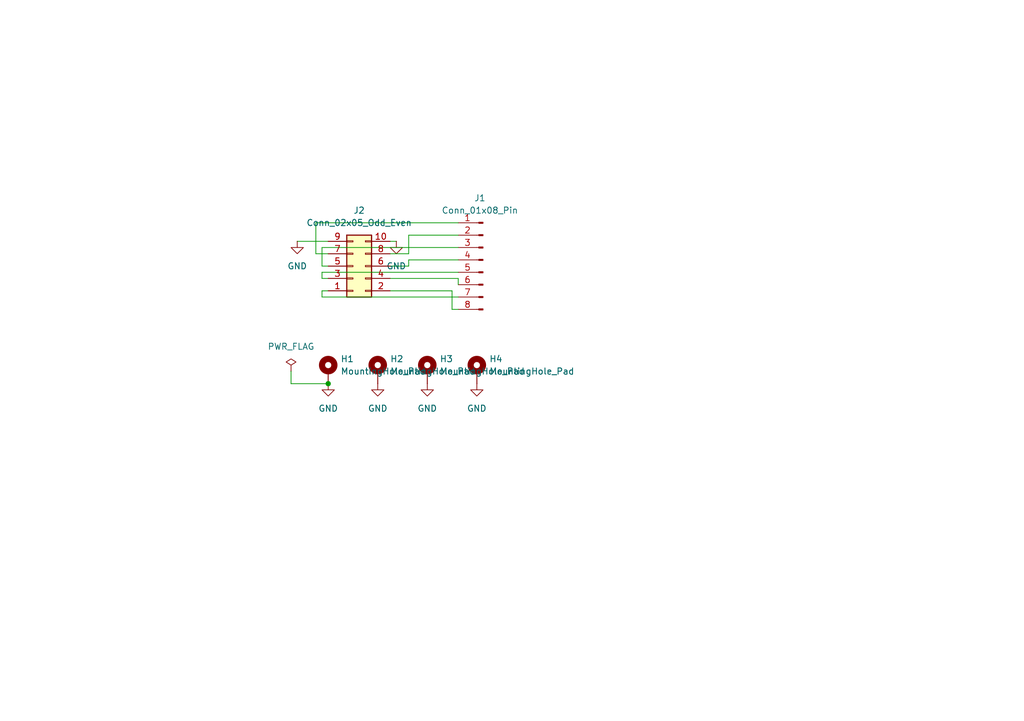
<source format=kicad_sch>
(kicad_sch (version 20250114) (generator "eeschema") (generator_version "9.0")
  (paper "A5")
  (title_block (title "pcb_connector_lan(outer)") (rev "00"))
  (lib_symbols
    (symbol "Connector:Conn_01x08_Pin" (pin_names (offset 1.016) (hide yes))
      (property "Reference" "J" (at 0 10.16 0))
      (property "Value" "Conn_01x08_Pin" (at 0 -12.7 0))
      (symbol "Conn_01x08_Pin_1_1"
        (rectangle (start 0.8636 7.747) (end 0 7.493) (stroke (width 0.1524)) (fill (type outline)))
        (rectangle (start 0.8636 5.207) (end 0 4.953) (stroke (width 0.1524)) (fill (type outline)))
        (rectangle (start 0.8636 2.667) (end 0 2.413) (stroke (width 0.1524)) (fill (type outline)))
        (rectangle (start 0.8636 0.127) (end 0 -0.127) (stroke (width 0.1524)) (fill (type outline)))
        (rectangle (start 0.8636 -2.413) (end 0 -2.667) (stroke (width 0.1524)) (fill (type outline)))
        (rectangle (start 0.8636 -4.953) (end 0 -5.207) (stroke (width 0.1524)) (fill (type outline)))
        (rectangle (start 0.8636 -7.493) (end 0 -7.747) (stroke (width 0.1524)) (fill (type outline)))
        (rectangle (start 0.8636 -10.033) (end 0 -10.287) (stroke (width 0.1524)) (fill (type outline)))
        (polyline (pts (xy 1.27 7.62) (xy 0.8636 7.62)) (stroke (width 0.1524)))
        (polyline (pts (xy 1.27 5.08) (xy 0.8636 5.08)) (stroke (width 0.1524)))
        (polyline (pts (xy 1.27 2.54) (xy 0.8636 2.54)) (stroke (width 0.1524)))
        (polyline (pts (xy 1.27 0) (xy 0.8636 0)) (stroke (width 0.1524)))
        (polyline (pts (xy 1.27 -2.54) (xy 0.8636 -2.54)) (stroke (width 0.1524)))
        (polyline (pts (xy 1.27 -5.08) (xy 0.8636 -5.08)) (stroke (width 0.1524)))
        (polyline (pts (xy 1.27 -7.62) (xy 0.8636 -7.62)) (stroke (width 0.1524)))
        (polyline (pts (xy 1.27 -10.16) (xy 0.8636 -10.16)) (stroke (width 0.1524)))
        (pin passive line (at 5.08 7.62 180) (length 3.81) (name "Pin_1") (number "1"))
        (pin passive line (at 5.08 5.08 180) (length 3.81) (name "Pin_2") (number "2"))
        (pin passive line (at 5.08 2.54 180) (length 3.81) (name "Pin_3") (number "3"))
        (pin passive line (at 5.08 0 180) (length 3.81) (name "Pin_4") (number "4"))
        (pin passive line (at 5.08 -2.54 180) (length 3.81) (name "Pin_5") (number "5"))
        (pin passive line (at 5.08 -5.08 180) (length 3.81) (name "Pin_6") (number "6"))
        (pin passive line (at 5.08 -7.62 180) (length 3.81) (name "Pin_7") (number "7"))
        (pin passive line (at 5.08 -10.16 180) (length 3.81) (name "Pin_8") (number "8"))
      )
    )
    (symbol "Connector_Generic:Conn_02x05_Odd_Even" (pin_names (offset 1.016) (hide yes))
      (property "Reference" "J" (at 1.27 7.62 0))
      (property "Value" "Conn_02x05_Odd_Even" (at 1.27 -7.62 0))
      (symbol "Conn_02x05_Odd_Even_1_1"
        (rectangle (start -1.27 6.35) (end 3.81 -6.35) (stroke (width 0.254)) (fill (type background)))
        (rectangle (start -1.27 5.207) (end 0 4.953) (stroke (width 0.1524)))
        (rectangle (start -1.27 2.667) (end 0 2.413) (stroke (width 0.1524)))
        (rectangle (start -1.27 0.127) (end 0 -0.127) (stroke (width 0.1524)))
        (rectangle (start -1.27 -2.413) (end 0 -2.667) (stroke (width 0.1524)))
        (rectangle (start -1.27 -4.953) (end 0 -5.207) (stroke (width 0.1524)))
        (rectangle (start 3.81 5.207) (end 2.54 4.953) (stroke (width 0.1524)))
        (rectangle (start 3.81 2.667) (end 2.54 2.413) (stroke (width 0.1524)))
        (rectangle (start 3.81 0.127) (end 2.54 -0.127) (stroke (width 0.1524)))
        (rectangle (start 3.81 -2.413) (end 2.54 -2.667) (stroke (width 0.1524)))
        (rectangle (start 3.81 -4.953) (end 2.54 -5.207) (stroke (width 0.1524)))
        (pin passive line (at -5.08 5.08 0) (length 3.81) (name "Pin_1") (number "1"))
        (pin passive line (at -5.08 2.54 0) (length 3.81) (name "Pin_3") (number "3"))
        (pin passive line (at -5.08 0 0) (length 3.81) (name "Pin_5") (number "5"))
        (pin passive line (at -5.08 -2.54 0) (length 3.81) (name "Pin_7") (number "7"))
        (pin passive line (at -5.08 -5.08 0) (length 3.81) (name "Pin_9") (number "9"))
        (pin passive line (at 7.62 5.08 180) (length 3.81) (name "Pin_2") (number "2"))
        (pin passive line (at 7.62 2.54 180) (length 3.81) (name "Pin_4") (number "4"))
        (pin passive line (at 7.62 0 180) (length 3.81) (name "Pin_6") (number "6"))
        (pin passive line (at 7.62 -2.54 180) (length 3.81) (name "Pin_8") (number "8"))
        (pin passive line (at 7.62 -5.08 180) (length 3.81) (name "Pin_10") (number "10"))
      )
    )
    (symbol "Mechanical:MountingHole_Pad" (pin_numbers (hide yes)) (pin_names (offset 1.016) (hide yes)) (exclude_from_sim yes) (in_bom no)
      (property "Reference" "H" (at 0 6.35 0))
      (property "Value" "MountingHole_Pad" (at 0 4.445 0))
      (symbol "MountingHole_Pad_0_1"
        (circle (center 0 1.27) (radius 1.27) (stroke (width 1.27)))
      )
      (symbol "MountingHole_Pad_1_1"
        (pin input line (at 0 -2.54 90) (length 2.54) (name "1") (number "1"))
      )
    )
    (symbol "power:GND" (power) (pin_numbers (hide yes)) (pin_names (offset 0) (hide yes))
      (property "Value" "GND" (at 0 -3.81 0))
      (symbol "GND_0_1"
        (polyline (pts (xy 0 0) (xy 0 -1.27) (xy 1.27 -1.27) (xy 0 -2.54) (xy -1.27 -1.27) (xy 0 -1.27)))
      )
      (symbol "GND_1_1"
        (pin power_in line (at 0 0 270) (length 0) (name "~") (number "1"))
      )
    )
    (symbol "power:PWR_FLAG" (power) (pin_numbers (hide yes)) (pin_names (offset 0) (hide yes))
      (property "Value" "PWR_FLAG" (at 0 3.81 0))
      (symbol "PWR_FLAG_0_0"
        (pin power_out line (at 0 0 90) (length 0) (name "~") (number "1"))
      )
      (symbol "PWR_FLAG_0_1"
        (polyline (pts (xy 0 0) (xy 0 1.27) (xy -1.016 1.905) (xy 0 2.54) (xy 1.016 1.905) (xy 0 1.27)))
      )
    )
  )
  (junction (at 67.31 78.74))
  (wire (pts (xy 93.98 48.26) (xy 83.82 48.26)))
  (wire (pts (xy 83.82 54.61) (xy 80.01 54.61)))
  (wire (pts (xy 66.04 59.69) (xy 67.31 59.69)))
  (wire (pts (xy 66.04 50.8) (xy 93.98 50.8)))
  (wire (pts (xy 80.01 52.07) (xy 83.82 52.07)))
  (wire (pts (xy 93.98 53.34) (xy 83.82 53.34)))
  (wire (pts (xy 66.04 50.8) (xy 66.04 54.61)))
  (wire (pts (xy 93.98 55.88) (xy 66.04 55.88)))
  (wire (pts (xy 59.69 78.74) (xy 59.69 76.2)))
  (wire (pts (xy 67.31 78.74) (xy 59.69 78.74)))
  (wire (pts (xy 66.04 57.15) (xy 67.31 57.15)))
  (wire (pts (xy 60.96 49.53) (xy 67.31 49.53)))
  (wire (pts (xy 81.28 49.53) (xy 80.01 49.53)))
  (wire (pts (xy 92.71 63.5) (xy 93.98 63.5)))
  (wire (pts (xy 93.98 45.72) (xy 64.77 45.72)))
  (wire (pts (xy 64.77 45.72) (xy 64.77 52.07)))
  (wire (pts (xy 83.82 53.34) (xy 83.82 54.61)))
  (wire (pts (xy 66.04 55.88) (xy 66.04 57.15)))
  (wire (pts (xy 93.98 57.15) (xy 93.98 58.42)))
  (wire (pts (xy 93.98 60.96) (xy 66.04 60.96)))
  (wire (pts (xy 80.01 57.15) (xy 93.98 57.15)))
  (wire (pts (xy 64.77 52.07) (xy 67.31 52.07)))
  (wire (pts (xy 83.82 48.26) (xy 83.82 52.07)))
  (wire (pts (xy 66.04 60.96) (xy 66.04 59.69)))
  (wire (pts (xy 92.71 59.69) (xy 92.71 63.5)))
  (wire (pts (xy 80.01 59.69) (xy 92.71 59.69)))
  (wire (pts (xy 66.04 54.61) (xy 67.31 54.61)))
  (symbol (lib_id "Mechanical:MountingHole_Pad") (at 67.31 76.2 0) (unit 1) (exclude_from_sim yes) (in_bom no)
    (property "Reference" "H1" (at 69.85 73.6599 0) (effects (justify left)))
    (property "Value" "MountingHole_Pad" (at 69.85 76.1999 0) (effects (justify left)))
    (property "Footprint" "custom_M3_pad_library:MountingHole_3.2mm_M3_large_PAD_for_spacer" (effects (hide yes)))
    (property "Description" "Mounting Hole with connection" (effects (hide yes)))
  )
  (symbol (lib_id "Mechanical:MountingHole_Pad") (at 77.47 76.2 0) (unit 1) (exclude_from_sim yes) (in_bom no)
    (property "Reference" "H2" (at 80.01 73.6599 0) (effects (justify left)))
    (property "Value" "MountingHole_Pad" (at 80.01 76.1999 0) (effects (justify left)))
    (property "Footprint" "custom_M3_pad_library:MountingHole_3.2mm_M3_large_PAD_for_spacer" (effects (hide yes)))
    (property "Description" "Mounting Hole with connection" (effects (hide yes)))
  )
  (symbol (lib_id "power:GND") (at 97.79 78.74 0) (unit 1)
    (property "Reference" "#PWR04" (effects (hide yes)))
    (property "Value" "GND" (at 97.79 83.82 0))
    (property "Description" "Power symbol creates a global label with name \"GND\" , ground" (effects (hide yes)))
  )
  (symbol (lib_id "power:GND") (at 67.31 78.74 0) (unit 1)
    (property "Reference" "#PWR01" (effects (hide yes)))
    (property "Value" "GND" (at 67.31 83.82 0))
    (property "Description" "Power symbol creates a global label with name \"GND\" , ground" (effects (hide yes)))
  )
  (symbol (lib_id "power:GND") (at 81.28 49.53 0) (unit 1)
    (property "Reference" "#PWR06" (effects (hide yes)))
    (property "Value" "GND" (at 81.28 54.61 0))
    (property "Description" "Power symbol creates a global label with name \"GND\" , ground" (effects (hide yes)))
  )
  (symbol (lib_id "power:GND") (at 77.47 78.74 0) (unit 1)
    (property "Reference" "#PWR02" (effects (hide yes)))
    (property "Value" "GND" (at 77.47 83.82 0))
    (property "Description" "Power symbol creates a global label with name \"GND\" , ground" (effects (hide yes)))
  )
  (symbol (lib_id "power:GND") (at 87.63 78.74 0) (unit 1)
    (property "Reference" "#PWR03" (effects (hide yes)))
    (property "Value" "GND" (at 87.63 83.82 0))
    (property "Description" "Power symbol creates a global label with name \"GND\" , ground" (effects (hide yes)))
  )
  (symbol (lib_id "Mechanical:MountingHole_Pad") (at 97.79 76.2 0) (unit 1) (exclude_from_sim yes) (in_bom no)
    (property "Reference" "H4" (at 100.33 73.6599 0) (effects (justify left)))
    (property "Value" "MountingHole_Pad" (at 100.33 76.1999 0) (effects (justify left)))
    (property "Footprint" "custom_M3_pad_library:MountingHole_3.2mm_M3_large_PAD_for_spacer" (effects (hide yes)))
    (property "Description" "Mounting Hole with connection" (effects (hide yes)))
  )
  (symbol (lib_id "Connector:Conn_01x08_Pin") (at 99.06 53.34 0) (mirror y) (unit 1)
    (property "Reference" "J1" (at 98.425 40.64 0))
    (property "Value" "Conn_01x08_Pin" (at 98.425 43.18 0))
    (property "Footprint" "Connector_PinSocket_2.00mm:PinSocket_1x08_P2.00mm_Vertical" (effects (hide yes)))
    (property "Description" "Generic connector, single row, 01x08, script generated" (effects (hide yes)))
  )
  (symbol (lib_id "Mechanical:MountingHole_Pad") (at 87.63 76.2 0) (unit 1) (exclude_from_sim yes) (in_bom no)
    (property "Reference" "H3" (at 90.17 73.6599 0) (effects (justify left)))
    (property "Value" "MountingHole_Pad" (at 90.17 76.1999 0) (effects (justify left)))
    (property "Footprint" "custom_M3_pad_library:MountingHole_3.2mm_M3_large_PAD_for_spacer" (effects (hide yes)))
    (property "Description" "Mounting Hole with connection" (effects (hide yes)))
  )
  (symbol (lib_id "Connector_Generic:Conn_02x05_Odd_Even") (at 72.39 54.61 0) (mirror x) (unit 1)
    (property "Reference" "J2" (at 73.66 43.18 0))
    (property "Value" "Conn_02x05_Odd_Even" (at 73.66 45.72 0))
    (property "Footprint" "Connector_PinSocket_2.54mm:PinSocket_2x05_P2.54mm_Vertical" (effects (hide yes)))
    (property "Description" "Generic connector, double row, 02x05, odd/even pin numbering scheme (row 1 odd numbers, row 2 even numbers), script generated (kicad-library-utils/schlib/autogen/connector/)" (effects (hide yes)))
  )
  (symbol (lib_id "power:GND") (at 60.96 49.53 0) (unit 1)
    (property "Reference" "#PWR05" (effects (hide yes)))
    (property "Value" "GND" (at 60.96 54.61 0))
    (property "Description" "Power symbol creates a global label with name \"GND\" , ground" (effects (hide yes)))
  )
  (symbol (lib_id "power:PWR_FLAG") (at 59.69 76.2 0) (unit 1)
    (property "Reference" "#FLG01" (effects (hide yes)))
    (property "Value" "PWR_FLAG" (at 59.69 71.12 0))
    (property "Description" "Special symbol for telling ERC where power comes from" (effects (hide yes)))
  )
)
</source>
